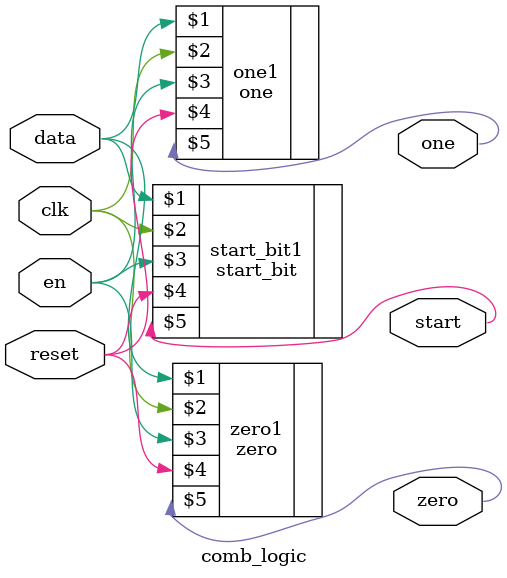
<source format=v>
module comb_logic(input data, input clk, input en, input reset, output zero, output one, output start); 

zero zero1(data, clk, en, reset, zero);
one one1(data, clk, en, reset, one);
start_bit start_bit1(data, clk, en, reset, start);

endmodule

</source>
